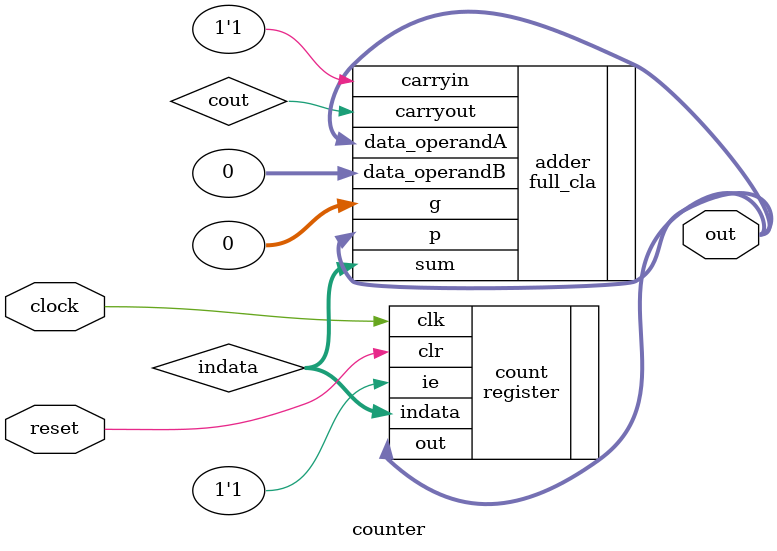
<source format=v>
module counter(out, clock, reset);

    input clock, reset;
    output [31:0] out;

    wire [31:0] indata;
    wire cout;

    full_cla adder(.sum(indata), .carryout(cout), .data_operandA(out), .data_operandB(32'b00000000000000000000000000000000), 
                   .carryin(1'b1), .p(out), .g(32'b00000000000000000000000000000000));

    register count(.clr(reset), .out(out), .clk(clock), .ie(1'b1), .indata(indata));

endmodule
</source>
